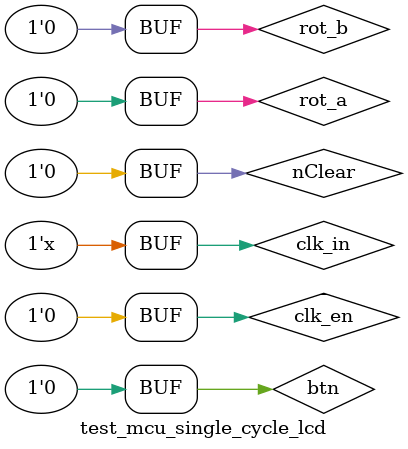
<source format=v>
`timescale 1ns / 1ps
module test_mcu_single_cycle_lcd;

	// Inputs
	reg clk_in;
	reg nClear;
	reg clk_en;
	reg btn;
	reg rot_a;
	reg rot_b;

	// Outputs
	wire [3:0] lcd_dataout;
	wire [2:0] lcd_control;
	wire [7:0] display;

	// Instantiate the Unit Under Test (UUT)
	mcu_single_cycle_lcd uut (
		.clk_in(clk_in), 
		.nClear(nClear), 
		.clk_en(clk_en), 
		.lcd_dataout(lcd_dataout), 
		.lcd_control(lcd_control), 
		.display(display), 
		.btn(btn), 
		.rot_a(rot_a), 
		.rot_b(rot_b)
	);
	
	always
		#1 clk_in = ~clk_in;

	initial begin
		// Initialize Inputs
		clk_in = 0;
		nClear = 0;
		clk_en = 0;
		btn = 0;
		rot_a = 0;
		rot_b = 0;

		// Wait 100 ns for global reset to finish
		#100;
        
		// Add stimulus here
		#100 btn = 1;
		#100 btn = 0;
		#200
		#100 rot_a = 1;
		#100 rot_b = 1;
		#100 rot_a = 0;
		#100 rot_b = 0;
		#200
		#100 rot_b = 1;
		#100 rot_a = 1;
		#100 rot_b = 0;
		#100 rot_a = 0;
		
	end
      
endmodule


</source>
